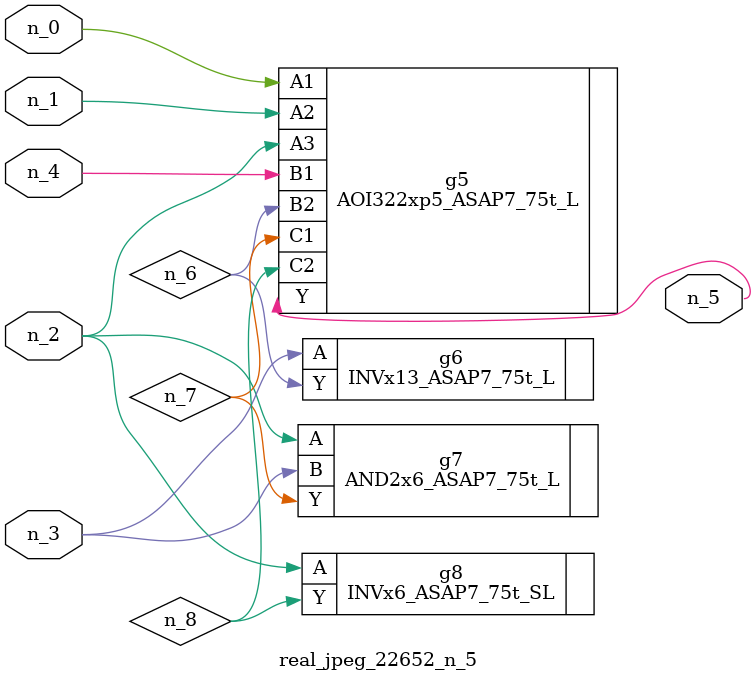
<source format=v>
module real_jpeg_22652_n_5 (n_4, n_0, n_1, n_2, n_3, n_5);

input n_4;
input n_0;
input n_1;
input n_2;
input n_3;

output n_5;

wire n_8;
wire n_6;
wire n_7;

AOI322xp5_ASAP7_75t_L g5 ( 
.A1(n_0),
.A2(n_1),
.A3(n_2),
.B1(n_4),
.B2(n_6),
.C1(n_7),
.C2(n_8),
.Y(n_5)
);

AND2x6_ASAP7_75t_L g7 ( 
.A(n_2),
.B(n_3),
.Y(n_7)
);

INVx6_ASAP7_75t_SL g8 ( 
.A(n_2),
.Y(n_8)
);

INVx13_ASAP7_75t_L g6 ( 
.A(n_3),
.Y(n_6)
);


endmodule
</source>
